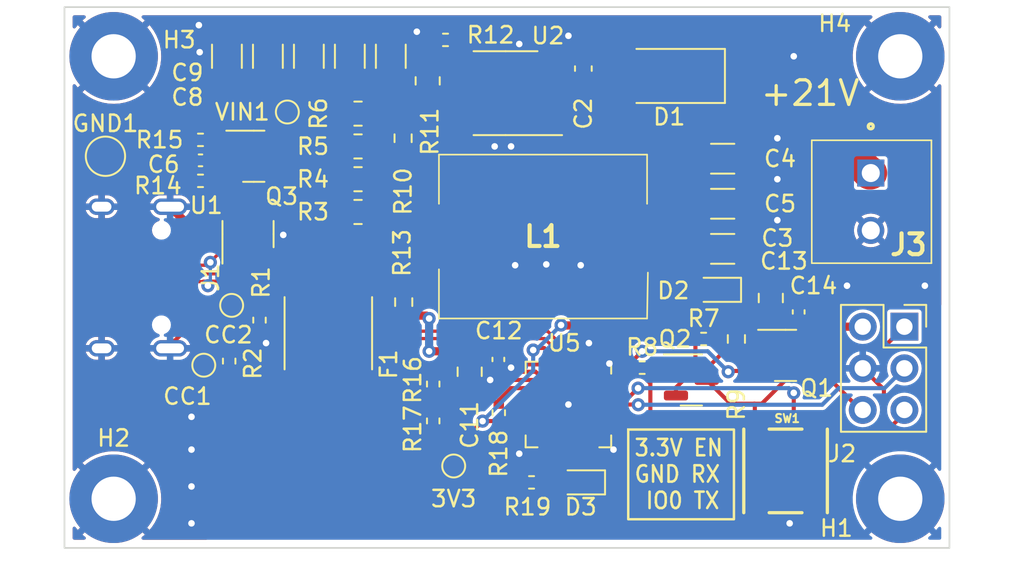
<source format=kicad_pcb>
(kicad_pcb (version 20211014) (generator pcbnew)
  (layers (0 "F.Cu" signal) (31 "B.Cu" signal) (34 "B.Paste" user) (35 "F.Paste" user) (36 "B.SilkS" user "B.Silkscreen") (37 "F.SilkS" user "F.Silkscreen") (38 "B.Mask" user) (39 "F.Mask" user) (44 "Edge.Cuts" user))
  (net 0 "")
  (net 1 "Net-(L1-Pad1)")
  (net 2 "GND")
  (net 3 "Net-(C2-Pad1)")
  (net 4 "Net-(R10-Pad2)")
  (net 5 "+24V")
  (net 6 "Net-(D2-Pad2)")
  (net 9 "/USB2serial/RTS")
  (net 10 "Net-(F1-Pad2)")
  (net 11 "/USB2serial/IO0")
  (net 12 "/USB2serial/DTR")
  (net 13 "Net-(Q1-Pad1)")
  (net 14 "/USB2serial/CHIP_PU")
  (net 15 "Net-(D1-Pad2)")
  (net 16 "VBUS")
  (net 17 "Net-(R11-Pad2)")
  (net 18 "+3V3")
  (net 19 "USB_D-")
  (net 20 "USB_D+")
  (net 23 "/CC1")
  (net 24 "/CC2")
  (net 27 "Net-(D3-Pad2)")
  (net 29 "Net-(R16-Pad2)")
  (net 42 "/USB2serial/RX")
  (net 43 "/USB2serial/TX")
  (net 45 "Net-(Q2-Pad1)")
  (net 46 "Net-(C6-Pad2)")
  (net 47 "VIN")
  (net 48 "Net-(R18-Pad2)")
  (net 49 "Net-(R19-Pad1)")
  (footprint "Resistor_SMD:R_0805_2012Metric" (layer "F.Cu") (at 137.1625 43.5 90)
    (fp_text reference "R11")
    (fp_text value "20k")
  )
  (footprint "Capacitor_SMD:C_1206_3216Metric" (layer "F.Cu") (at 155.1625 48.25)
    (fp_text reference "C4")
    (fp_text value "22u/25V")
  )
  (footprint "Resistor_SMD:R_0805_2012Metric" (layer "F.Cu") (at 132.9125 47.5 180)
    (fp_text reference "R5")
    (fp_text value "1R")
  )
  (footprint "Package_TO_SOT_SMD:SOT-23" (layer "F.Cu") (at 153.25 61.75)
    (fp_text reference "Q2")
    (fp_text value "MMBT3904")
  )
  (footprint "MountingHole:MountingHole_2.7mm_M2.5_Pad" (layer "F.Cu") (at 118 69)
    (fp_text reference "H2")
    (fp_text value "MountingHole_Pad")
  )
  (footprint "Capacitor_SMD:C_1206_3216Metric" (layer "F.Cu") (at 134.9125 42 90)
    (fp_text reference "C1" hide)
    (fp_text value "22u/25V" hide)
  )
  (footprint "TestPoint:TestPoint_Pad_D1.0mm" (layer "F.Cu") (at 125.2 57.2)
    (fp_text reference "CC2")
    (fp_text value "TestPoint" hide)
  )
  (footprint "Package_TO_SOT_SMD:SOT-23-6" (layer "F.Cu") (at 126.2 52.85 90)
    (fp_text reference "U1")
    (fp_text value "SRV05-4")
  )
  (footprint "MountingHole:MountingHole_2.7mm_M2.5_Pad" (layer "F.Cu") (at 166 69)
    (fp_text reference "H1")
    (fp_text value "MountingHole_Pad")
  )
  (footprint "Capacitor_SMD:C_0805_2012Metric" (layer "F.Cu") (at 139.725 61.25 -90)
    (fp_text reference "C11")
    (fp_text value "2.2u")
  )
  (footprint "LED_SMD:LED_0603_1608Metric" (layer "F.Cu") (at 154.8 56.25 180)
    (fp_text reference "D2")
    (fp_text value "LED_GREEN")
  )
  (footprint "Resistor_SMD:R_0402_1005Metric" (layer "F.Cu") (at 150.25 61 180)
    (fp_text reference "R8")
    (fp_text value "10k")
  )
  (footprint "Resistor_SMD:R_0402_1005Metric" (layer "F.Cu") (at 141.5 63.75 90)
    (fp_text reference "R18")
    (fp_text value "4k7")
  )
  (footprint "Capacitor_SMD:C_1206_3216Metric" (layer "F.Cu") (at 124.9125 42 90)
    (fp_text reference "C9")
    (fp_text value "22u/25V")
  )
  (footprint "Capacitor_SMD:C_0603_1608Metric" (layer "F.Cu") (at 146.6625 42.75 90)
    (fp_text reference "C2")
    (fp_text value "330p")
  )
  (footprint "Package_DFN_QFN:QFN-28-1EP_5x5mm_P0.5mm_EP3.35x3.35mm" (layer "F.Cu") (at 145.75 63.25 -90)
    (fp_text reference "U5")
    (fp_text value "CP2102N-Axx-xQFN28")
  )
  (footprint "Resistor_SMD:R_0402_1005Metric" (layer "F.Cu") (at 123.3 49.6 180)
    (fp_text reference "R14")
    (fp_text value "100k")
  )
  (footprint "Package_TO_SOT_SMD:SOT-23" (layer "F.Cu") (at 159 60.25)
    (fp_text reference "Q1")
    (fp_text value "MMBT3904")
  )
  (footprint "Resistor_SMD:R_0402_1005Metric" (layer "F.Cu") (at 137.5 62 -90)
    (fp_text reference "R16")
    (fp_text value "22k")
  )
  (footprint "TestPoint:TestPoint_Pad_D2.0mm" (layer "F.Cu") (at 117.5 48.1)
    (fp_text reference "GND1")
    (fp_text value "TestPoint")
  )
  (footprint "Fuse:Fuse_2920_7451Metric" (layer "F.Cu") (at 131.1 58.9 -90)
    (fp_text reference "F1")
    (fp_text value "2920L150DR")
  )
  (footprint "Resistor_SMD:R_0402_1005Metric" (layer "F.Cu") (at 137.5 64.25 -90)
    (fp_text reference "R17")
    (fp_text value "47k")
  )
  (footprint "TestPoint:TestPoint_Pad_D1.0mm" (layer "F.Cu") (at 123.5 60.85)
    (fp_text reference "CC1")
    (fp_text value "TestPoint" hide)
  )
  (footprint "Resistor_SMD:R_0603_1608Metric" (layer "F.Cu") (at 135.7 57 90)
    (fp_text reference "R13")
    (fp_text value "2.7k")
  )
  (footprint "Capacitor_SMD:C_0402_1005Metric" (layer "F.Cu") (at 159.8 57.6 90)
    (fp_text reference "C14")
    (fp_text value "100n")
  )
  (footprint "Capacitor_SMD:C_1206_3216Metric" (layer "F.Cu") (at 129.9125 42 90)
    (fp_text reference "C10" hide)
    (fp_text value "22u/25V" hide)
  )
  (footprint "Capacitor_SMD:C_0805_2012Metric" (layer "F.Cu") (at 158.1 56.75 90)
    (fp_text reference "C13")
    (fp_text value "2.2u")
  )
  (footprint "Resistor_SMD:R_0402_1005Metric" (layer "F.Cu") (at 125.05 60.6 90)
    (fp_text reference "R2")
    (fp_text value "5.1k")
  )
  (footprint "Resistor_SMD:R_0603_1608Metric" (layer "F.Cu") (at 156 59.25 -90)
    (fp_text reference "R9")
    (fp_text value "10k")
  )
  (footprint "Resistor_SMD:R_0603_1608Metric" (layer "F.Cu") (at 135.6625 47 -90)
    (fp_text reference "R10")
    (fp_text value "180R")
  )
  (footprint "Capacitor_SMD:C_1206_3216Metric" (layer "F.Cu") (at 155.1625 51)
    (fp_text reference "C5")
    (fp_text value "22u/25V")
  )
  (footprint "Resistor_SMD:R_0402_1005Metric" (layer "F.Cu") (at 143.5 68)
    (fp_text reference "R19")
    (fp_text value "220R")
  )
  (footprint "LED_SMD:LED_0603_1608Metric" (layer "F.Cu") (at 146.5 68 180)
    (fp_text reference "D3")
    (fp_text value "LED_GREEN")
  )
  (footprint "Diode_SMD:D_SMA" (layer "F.Cu") (at 151.9 43.2 180)
    (fp_text reference "D1")
    (fp_text value "D_Schottky")
  )
  (footprint "Package_TO_SOT_SMD:SOT-23" (layer "F.Cu") (at 126.55 48.1)
    (fp_text reference "Q3")
    (fp_text value "AO3401A")
  )
  (footprint "Capacitor_SMD:C_1206_3216Metric" (layer "F.Cu") (at 155.1625 53.75)
    (fp_text reference "C3")
    (fp_text value "22u/25V")
  )
  (footprint "Resistor_SMD:R_0805_2012Metric" (layer "F.Cu") (at 132.9125 49.5 180)
    (fp_text reference "R4")
    (fp_text value "1R")
  )
  (footprint "Capacitor_SMD:C_1206_3216Metric" (layer "F.Cu") (at 127.4125 42 90)
    (fp_text reference "C8")
    (fp_text value "22u/25V")
  )
  (footprint "Connector_PinSocket_2.54mm:PinSocket_2x03_P2.54mm_Vertical" (layer "F.Cu") (at 166.25 58.5)
    (fp_text reference "J2")
    (fp_text value "Conn_02x03_Odd_Even")
  )
  (footprint "MountingHole:MountingHole_2.7mm_M2.5_Pad" (layer "F.Cu") (at 166 42)
    (fp_text reference "H4")
    (fp_text value "MountingHole_Pad")
  )
  (footprint "Capacitor_SMD:C_0402_1005Metric" (layer "F.Cu") (at 141.475 60.5 -90)
    (fp_text reference "C12")
    (fp_text value "100n")
  )
  (footprint "Capacitor_SMD:C_0402_1005Metric" (layer "F.Cu") (at 123.3 48.35 180)
    (fp_text reference "C6")
    (fp_text value "100n")
  )
  (footprint "Resistor_SMD:R_0402_1005Metric" (layer "F.Cu") (at 138.25 41 180)
    (fp_text reference "R12")
    (fp_text value "1.2k")
  )
  (footprint "Local:PM3316680MRC" (layer "F.Cu") (at 144.2 53)
    (fp_text reference "L1")
    (fp_text value "47uH/1.6A" hide)
  )
  (footprint "Resistor_SMD:R_0402_1005Metric" (layer "F.Cu") (at 123.3 47.1 180)
    (fp_text reference "R15")
    (fp_text value "4k7")
  )
  (footprint "Resistor_SMD:R_0402_1005Metric" (layer "F.Cu") (at 126.9 58.1 -90)
    (fp_text reference "R1")
    (fp_text value "5.1k")
  )
  (footprint "MountingHole:MountingHole_2.7mm_M2.5_Pad" (layer "F.Cu") (at 118 42)
    (fp_text reference "H3")
    (fp_text value "MountingHole_Pad")
  )
  (footprint "Resistor_SMD:R_0805_2012Metric" (layer "F.Cu") (at 132.9125 51.5 180)
    (fp_text reference "R3")
    (fp_text value "1R")
  )
  (footprint "Local:HRO-TYPE-C-31-M-12" (layer "F.Cu") (at 114.665 55.5 -90)
    (fp_text reference "J1")
    (fp_text value "HRO-TYPE-C-31-M-12")
  )
  (footprint "Local:TS-1187A-B-A-B" (layer "F.Cu") (at 159 67.3 -90)
    (fp_text reference "SW1")
    (fp_text value "SW_Push")
  )
  (footprint "TestPoint:TestPoint_Pad_D1.0mm" (layer "F.Cu") (at 128.6 45.4)
    (fp_text reference "VIN1")
    (fp_text value "TestPoint")
  )
  (footprint "TestPoint:TestPoint_Pad_D1.0mm" (layer "F.Cu") (at 138.75 67)
    (fp_text reference "3V3")
    (fp_text value "TestPoint")
  )
  (footprint "Local:1985807" (layer "F.Cu") (at 164.2 49.125 -90)
    (fp_text reference "J3")
    (fp_text value "Conn_01x02" hide)
  )
  (footprint "Resistor_SMD:R_0402_1005Metric" (layer "F.Cu") (at 154 59.25 180)
    (fp_text reference "R7")
    (fp_text value "10k")
  )
  (footprint "Package_SO:SOIC-8_3.9x4.9mm_P1.27mm" (layer "F.Cu") (at 141.9125 44.25 180)
    (fp_text reference "U2")
    (fp_text value "MC34063AD")
  )
  (footprint "Resistor_SMD:R_0805_2012Metric" (layer "F.Cu") (at 132.9125 45.5 180)
    (fp_text reference "R6")
    (fp_text value "1R")
  )
  (footprint "Capacitor_SMD:C_1206_3216Metric" (layer "F.Cu") (at 132.4125 42 90)
    (fp_text reference "C7" hide)
    (fp_text value "22u/25V" hide)
  )
  (gr_rect (start 149.4 64.775) (end 155.85 70.25) (layer "F.SilkS") (width 0.15) (fill none))
  (gr_rect (start 169 39) (end 115 72) (layer "Edge.Cuts") (width 0.1) (fill none))
  (gr_text "+21V" (at 160.5 44.25) (layer "F.SilkS") (effects (font (size 1.5 1.5) (thickness 0.2))))
  (gr_text "3.3V EN\nGND RX\n IO0 TX" (at 149.7 67.5) (layer "F.SilkS") (effects (font (size 1 0.9) (thickness 0.155)) (justify left)))
  (segment (start 164.3 65.1) (end 165 64.4) (width 0.25) (layer "F.Cu") (net 2))
  (segment (start 128.325 52.875) (end 128.35 52.9) (width 0.5) (layer "F.Cu") (net 2))
  (segment (start 141.475 61.25) (end 140.975 61.75) (width 0.25) (layer "F.Cu") (net 2))
  (segment (start 159.25 70.5) (end 159.45 70.3) (width 0.25) (layer "F.Cu") (net 2))
  (segment (start 121.445 59.82) (end 121.445 59.64) (width 0.25) (layer "F.Cu") (net 2))
  (segment (start 127.3 59.01) (end 126.9 58.61) (width 0.25) (layer "F.Cu") (net 2))
  (segment (start 125.623528 52.85) (end 124.3 52.85) (width 0.5) (layer "F.Cu") (net 2))
  (segment (start 146.25 60.8) (end 146.25 60.25) (width 0.25) (layer "F.Cu") (net 2))
  (segment (start 139.75 62.225) (end 139.725 62.2) (width 0.25) (layer "F.Cu") (net 2))
  (segment (start 123.725 52.275) (end 122.36 52.275) (width 0.5) (layer "F.Cu") (net 2))
  (segment (start 142.25 61) (end 141.495 61) (width 0.25) (layer "F.Cu") (net 2))
  (segment (start 127.3 59.5) (end 127.3 59.01) (width 0.25) (layer "F.Cu") (net 2))
  (segment (start 125.04 60.09) (end 123.675 58.725) (width 0.25) (layer "F.Cu") (net 2))
  (segment (start 165 64.4) (end 165 62.33) (width 0.25) (layer "F.Cu") (net 2))
  (segment (start 125.05 60.09) (end 125.04 60.09) (width 0.25) (layer "F.Cu") (net 2))
  (segment (start 146.25 60.25) (end 147 59.5) (width 0.25) (layer "F.Cu") (net 2))
  (segment (start 143.75 61.25) (end 142.5 61.25) (width 0.25) (layer "F.Cu") (net 2))
  (segment (start 137.5 64.76) (end 137.99 64.76) (width 0.25) (layer "F.Cu") (net 2))
  (segment (start 145.75 63.25) (end 142.75 66.25) (width 0.25) (layer "F.Cu") (net 2))
  (segment (start 122.36 52.095) (end 121.445 51.18) (width 0.5) (layer "F.Cu") (net 2))
  (segment (start 139.725 62.2) (end 140.525 62.2) (width 0.25) (layer "F.Cu") (net 2))
  (segment (start 145.75 63.25) (end 143.75 61.25) (width 0.25) (layer "F.Cu") (net 2))
  (segment (start 124.3 52.85) (end 123.725 52.275) (width 0.5) (layer "F.Cu") (net 2))
  (segment (start 122.36 52.275) (end 122.36 52.095) (width 0.5) (layer "F.Cu") (net 2))
  (segment (start 139.75 63) (end 139.75 62.225) (width 0.25) (layer "F.Cu") (net 2))
  (segment (start 126.751472 52.875) (end 128.325 52.875) (width 0.5) (layer "F.Cu") (net 2))
  (segment (start 147.2875 68) (end 148.5 66.7875) (width 0.25) (layer "F.Cu") (net 2))
  (segment (start 146.25 62.75) (end 145.75 63.25) (width 0.25) (layer "F.Cu") (net 2))
  (segment (start 145.75 63.25) (end 148.5 66) (width 0.25) (layer "F.Cu") (net 2))
  (segment (start 121.445 59.64) (end 122.36 58.725) (width 0.25) (layer "F.Cu") (net 2))
  (segment (start 148.5 66.7875) (end 148.5 66) (width 0.25) (layer "F.Cu") (net 2))
  (segment (start 126.2 53.426472) (end 126.751472 52.875) (width 0.5) (layer "F.Cu") (net 2))
  (segment (start 126.2 53.9875) (end 126.2 53.426472) (width 0.5) (layer "F.Cu") (net 2))
  (segment (start 126.2 53.426472) (end 125.623528 52.85) (width 0.5) (layer "F.Cu") (net 2))
  (segment (start 160.875 64.3) (end 161.5 64.3) (width 0.25) (layer "F.Cu") (net 2))
  (segment (start 146.25 60.8) (end 146.25 62.75) (width 0.25) (layer "F.Cu") (net 2))
  (segment (start 141.495 61) (end 141.475 60.98) (width 0.25) (layer "F.Cu") (net 2))
  (segment (start 159.45 70.3) (end 160.875 70.3) (width 0.25) (layer "F.Cu") (net 2))
  (segment (start 161.5 64.3) (end 162.3 65.1) (width 0.25) (layer "F.Cu") (net 2))
  (segment (start 142.5 61.25) (end 142.25 61) (width 0.25) (layer "F.Cu") (net 2))
  (segment (start 162.3 65.1) (end 164.3 65.1) (width 0.25) (layer "F.Cu") (net 2))
  (segment (start 145.75 63.25) (end 148.25 60.75) (width 0.25) (layer "F.Cu") (net 2))
  (segment (start 123.675 58.725) (end 122.36 58.725) (width 0.25) (layer "F.Cu") (net 2))
  (segment (start 165 62.33) (end 163.71 61.04) (width 0.25) (layer "F.Cu") (net 2))
  (segment (start 140.525 62.2) (end 140.975 61.75) (width 0.25) (layer "F.Cu") (net 2))
  (segment (start 141.475 60.98) (end 141.475 61.25) (width 0.25) (layer "F.Cu") (net 2))
  (segment (start 137.99 64.76) (end 139.75 63) (width 0.25) (layer "F.Cu") (net 2))
  (via (at 148.25 60.75) (size 0.8) (drill 0.4) (layers "F.Cu" "B.Cu") (net 2))
  (via (at 122.75 70.5) (size 0.8) (drill 0.4) (layers "F.Cu" "B.Cu") (net 2))
  (via (at 142.75 41.25) (size 0.8) (drill 0.4) (layers "F.Cu" "B.Cu") (net 2))
  (via (at 142.5 54.75) (size 0.8) (drill 0.4) (layers "F.Cu" "B.Cu") (net 2))
  (via (at 159.25 70.5) (size 0.8) (drill 0.4) (layers "F.Cu" "B.Cu") (net 2))
  (via (at 122.75 64) (size 0.8) (drill 0.4) (layers "F.Cu" "B.Cu") (net 2))
  (via (at 122.75 68.25) (size 0.8) (drill 0.4) (layers "F.Cu" "B.Cu") (net 2))
  (via (at 148.5 66) (size 0.8) (drill 0.4) (layers "F.Cu" "B.Cu") (net 2))
  (via (at 127.3 59.5) (size 0.8) (drill 0.4) (layers "F.Cu" "B.Cu") (net 2))
  (via (at 145.75 40.75) (size 0.8) (drill 0.4) (layers "F.Cu" "B.Cu") (net 2))
  (via (at 144.4 54.7) (size 0.8) (drill 0.4) (layers "F.Cu" "B.Cu") (net 2))
  (via (at 142.75 66.25) (size 0.8) (drill 0.4) (layers "F.Cu" "B.Cu") (net 2))
  (via (at 128.35 52.9) (size 0.8) (drill 0.4) (layers "F.Cu" "B.Cu") (net 2))
  (via (at 140.975 61.75) (size 0.8) (drill 0.4) (layers "F.Cu" "B.Cu") (net 2))
  (via (at 158.5 52) (size 0.8) (drill 0.4) (layers "F.Cu" "B.Cu") (net 2))
  (via (at 146.5 54.75) (size 0.8) (drill 0.4) (layers "F.Cu" "B.Cu") (net 2))
  (via (at 123.2 40.1) (size 0.8) (drill 0.4) (layers "F.Cu" "B.Cu") (net 2))
  (via (at 136.5 40.5) (size 0.8) (drill 0.4) (layers "F.Cu" "B.Cu") (net 2))
  (via (at 145.75 63.25) (size 0.8) (drill 0.4) (layers "F.Cu" "B.Cu") (net 2))
  (via (at 167.5 56) (size 0.8) (drill 0.4) (layers "F.Cu" "B.Cu") (net 2))
  (via (at 123.25 41.75) (size 0.8) (drill 0.4) (layers "F.Cu" "B.Cu") (net 2))
  (via (at 162.75 56) (size 0.8) (drill 0.4) (layers "F.Cu" "B.Cu") (net 2))
  (via (at 141.25 47.5) (size 0.8) (drill 0.4) (layers "F.Cu" "B.Cu") (net 2))
  (via (at 158.5 49.5) (size 0.8) (drill 0.4) (layers "F.Cu" "B.Cu") (net 2))
  (via (at 159.5 42) (size 0.8) (drill 0.4) (layers "F.Cu" "B.Cu") (net 2))
  (via (at 122.75 66) (size 0.8) (drill 0.4) (layers "F.Cu" "B.Cu") (net 2))
  (via (at 142.25 47.5) (size 0.8) (drill 0.4) (layers "F.Cu" "B.Cu") (net 2))
  (via (at 158.5 47) (size 0.8) (drill 0.4) (layers "F.Cu" "B.Cu") (net 2))
  (via (at 147 59.5) (size 0.8) (drill 0.4) (layers "F.Cu" "B.Cu") (net 2))
  (via (at 142.25 61) (size 0.8) (drill 0.4) (layers "F.Cu" "B.Cu") (net 2))
  (segment (start 146.5725 43.615) (end 146.6625 43.525) (width 0.25) (layer "F.Cu") (net 3))
  (segment (start 144.3875 43.615) (end 146.5725 43.615) (width 0.25) (layer "F.Cu") (net 3))
  (segment (start 139.4125 46.75) (end 138.3375 47.825) (width 0.25) (layer "F.Cu") (net 4))
  (segment (start 138.3375 47.825) (end 135.6625 47.825) (width 0.25) (layer "F.Cu") (net 4))
  (segment (start 139.4125 46.18) (end 139.4125 46.75) (width 0.25) (layer "F.Cu") (net 4))
  (segment (start 139.4375 46.155) (end 139.4125 46.18) (width 0.25) (layer "F.Cu") (net 4))
  (segment (start 132.9875 52.188173) (end 136.299327 55.5) (width 0.25) (layer "F.Cu") (net 5))
  (segment (start 151.9375 55.5) (end 153.6875 53.75) (width 0.25) (layer "F.Cu") (net 5))
  (segment (start 132.9875 44.811827) (end 132.9875 52.188173) (width 0.25) (layer "F.Cu") (net 5))
  (segment (start 137.1625 44.4125) (end 133.386827 44.4125) (width 0.25) (layer "F.Cu") (net 5))
  (segment (start 164.2 49.125) (end 164.125 49.125) (width 2) (layer "F.Cu") (net 5))
  (segment (start 158.25 43.25) (end 154.8 43.25) (width 2) (layer "F.Cu") (net 5))
  (segment (start 164.125 49.125) (end 158.25 43.25) (width 2) (layer "F.Cu") (net 5))
  (segment (start 133.386827 44.4125) (end 132.9875 44.811827) (width 0.25) (layer "F.Cu") (net 5))
  (segment (start 136.299327 55.5) (end 151.9375 55.5) (width 0.25) (layer "F.Cu") (net 5))
  (segment (start 135.84 56.25) (end 135.8 56.29) (width 0.25) (layer "F.Cu") (net 6))
  (segment (start 154.0125 56.25) (end 135.84 56.25) (width 0.25) (layer "F.Cu") (net 6))
  (segment (start 148.2 63.75) (end 149.25 63.75) (width 0.25) (layer "F.Cu") (net 9))
  (segment (start 149.74 61) (end 149.74 60.51) (width 0.25) (layer "F.Cu") (net 9))
  (segment (start 155.55 61.2) (end 158.0625 61.2) (width 0.25) (layer "F.Cu") (net 9))
  (segment (start 150.75 63.75) (end 150.75 61.960538) (width 0.25) (layer "F.Cu") (net 9))
  (segment (start 149.75 64.25) (end 150.25 64.25) (width 0.25) (layer "F.Cu") (net 9))
  (segment (start 150.75 61.960538) (end 149.789462 61) (width 0.25) (layer "F.Cu") (net 9))
  (segment (start 150.25 64.25) (end 150.75 63.75) (width 0.25) (layer "F.Cu") (net 9))
  (segment (start 149.25 63.75) (end 149.75 64.25) (width 0.25) (layer "F.Cu") (net 9))
  (segment (start 149.789462 61) (end 149.74 61) (width 0.25) (layer "F.Cu") (net 9))
  (segment (start 149.74 60.51) (end 150.25 60) (width 0.25) (layer "F.Cu") (net 9))
  (segment (start 155.5 61.25) (end 155.55 61.2) (width 0.25) (layer "F.Cu") (net 9))
  (via (at 150.25 60) (size 0.8) (drill 0.4) (layers "F.Cu" "B.Cu") (net 9))
  (via (at 155.5 61.25) (size 0.8) (drill 0.4) (layers "F.Cu" "B.Cu") (net 9))
  (segment (start 155.5 61.25) (end 154.25 60) (width 0.25) (layer "B.Cu") (net 9))
  (segment (start 154.25 60) (end 150.25 60) (width 0.25) (layer "B.Cu") (net 9))
  (segment (start 126.75 62) (end 126.8625 61.8875) (width 0.7) (layer "F.Cu") (net 10))
  (segment (start 124.5 62) (end 126.75 62) (width 0.7) (layer "F.Cu") (net 10))
  (segment (start 118.8 55.75) (end 118.8 60.7) (width 0.7) (layer "F.Cu") (net 10))
  (segment (start 130.7 61.8875) (end 131.1 62.2875) (width 0.7) (layer "F.Cu") (net 10))
  (segment (start 122.36 53.05) (end 121.5 53.05) (width 0.25) (layer "F.Cu") (net 10))
  (segment (start 122.36 57.95) (end 124 57.95) (width 0.5) (layer "F.Cu") (net 10))
  (segment (start 126.8625 60.6125) (end 124.25 58) (width 0.7) (layer "F.Cu") (net 10))
  (segment (start 121 53.55) (end 118.8 55.75) (width 0.7) (layer "F.Cu") (net 10))
  (segment (start 124.4 61.9) (end 124.5 62) (width 0.7) (layer "F.Cu") (net 10))
  (segment (start 121.5 53.05) (end 121 53.55) (width 0.25) (layer "F.Cu") (net 10))
  (segment (start 118.8 60.7) (end 120 61.9) (width 0.7) (layer "F.Cu") (net 10))
  (segment (start 126.8625 61.8875) (end 130.7 61.8875) (width 0.7) (layer "F.Cu") (net 10))
  (segment (start 126.8625 61.8875) (end 126.8625 60.6125) (width 0.7) (layer "F.Cu") (net 10))
  (segment (start 120 61.9) (end 124.4 61.9) (width 0.7) (layer "F.Cu") (net 10))
  (segment (start 157.125 64.3) (end 157.125 63.225) (width 0.25) (layer "F.Cu") (net 11))
  (segment (start 154.1875 61.75) (end 154.1875 61.0625) (width 0.25) (layer "F.Cu") (net 11))
  (segment (start 161.5 61.5) (end 163.58 63.58) (width 0.25) (layer "F.Cu") (net 11))
  (segment (start 155.925 60) (end 156 60.075) (width 0.25) (layer "F.Cu") (net 11))
  (segment (start 154.1875 61.0625) (end 155.25 60) (width 0.25) (layer "F.Cu") (net 11))
  (segment (start 157.55 63.2) (end 159.25 61.5) (width 0.25) (layer "F.Cu") (net 11))
  (segment (start 157.125 63.225) (end 157.1 63.2) (width 0.25) (layer "F.Cu") (net 11))
  (segment (start 155.6375 63.2) (end 154.1875 61.75) (width 0.25) (layer "F.Cu") (net 11))
  (segment (start 155.25 60) (end 155.925 60) (width 0.25) (layer "F.Cu") (net 11))
  (segment (start 157.1 63.2) (end 157.55 63.2) (width 0.25) (layer "F.Cu") (net 11))
  (segment (start 163.58 63.58) (end 163.71 63.58) (width 0.25) (layer "F.Cu") (net 11))
  (segment (start 157.1 63.2) (end 155.6375 63.2) (width 0.25) (layer "F.Cu") (net 11))
  (segment (start 159.25 61.5) (end 161.5 61.5) (width 0.25) (layer "F.Cu") (net 11))
  (segment (start 157.125 70.3) (end 157.125 64.3) (width 0.25) (layer "F.Cu") (net 11))
  (segment (start 153.5 61.028249) (end 152.3125 62.215749) (width 0.25) (layer "F.Cu") (net 12))
  (segment (start 148.2 61.75) (end 148.75 61.75) (width 0.25) (layer "F.Cu") (net 12))
  (segment (start 149.974695 59.25) (end 153.5 59.25) (width 0.25) (layer "F.Cu") (net 12))
  (segment (start 153.5 59.25) (end 153.5 61.028249) (width 0.25) (layer "F.Cu") (net 12))
  (segment (start 148.75 61.75) (end 149.145 61.355) (width 0.25) (layer "F.Cu") (net 12))
  (segment (start 152.3125 62.215749) (end 152.3125 62.7) (width 0.25) (layer "F.Cu") (net 12))
  (segment (start 149.145 61.355) (end 149.145 60.079695) (width 0.25) (layer "F.Cu") (net 12))
  (segment (start 149.145 60.079695) (end 149.974695 59.25) (width 0.25) (layer "F.Cu") (net 12))
  (segment (start 158.0125 59.25) (end 158.0625 59.3) (width 0.25) (layer "F.Cu") (net 13))
  (segment (start 154.51 59.25) (end 158.0125 59.25) (width 0.25) (layer "F.Cu") (net 13))
  (segment (start 164.975722 59.774278) (end 160.413222 59.774278) (width 0.25) (layer "F.Cu") (net 14))
  (segment (start 160.413222 59.774278) (end 159.9375 60.25) (width 0.25) (layer "F.Cu") (net 14))
  (segment (start 166.25 58.5) (end 164.975722 59.774278) (width 0.25) (layer "F.Cu") (net 14))
  (segment (start 126.2 51.7125) (end 126.2 49.6375) (width 0.25) (layer "F.Cu") (net 16))
  (segment (start 125.998528 49.05) (end 125.6125 49.05) (width 0.5) (layer "F.Cu") (net 16))
  (segment (start 123.81 49.6) (end 123.85 49.6) (width 0.25) (layer "F.Cu") (net 16))
  (segment (start 131.1 55.5125) (end 131.1 54.151472) (width 0.5) (layer "F.Cu") (net 16))
  (segment (start 131.1 54.151472) (end 125.998528 49.05) (width 0.5) (layer "F.Cu") (net 16))
  (segment (start 123.85 49.6) (end 124.4 49.05) (width 0.25) (layer "F.Cu") (net 16))
  (segment (start 124.4 49.05) (end 125.6125 49.05) (width 0.25) (layer "F.Cu") (net 16))
  (segment (start 126.2 49.6375) (end 125.6125 49.05) (width 0.25) (layer "F.Cu") (net 16))
  (segment (start 139.4375 41.6775) (end 138.76 41) (width 0.25) (layer "F.Cu") (net 17))
  (segment (start 139.4375 42.345) (end 139.4375 41.6775) (width 0.25) (layer "F.Cu") (net 17))
  (segment (start 138.155 42.345) (end 137.9125 42.5875) (width 0.25) (layer "F.Cu") (net 17))
  (segment (start 137.9125 42.5875) (end 137.1625 42.5875) (width 0.25) (layer "F.Cu") (net 17))
  (segment (start 139.4375 42.345) (end 138.155 42.345) (width 0.25) (layer "F.Cu") (net 17))
  (segment (start 145.325 58.425) (end 156 58.425) (width 0.5) (layer "F.Cu") (net 18))
  (segment (start 158.1 58.35) (end 158.25 58.5) (width 0.25) (layer "F.Cu") (net 18))
  (segment (start 140.5123 64.2623) (end 138.75 66.0246) (width 0.25) (layer "F.Cu") (net 18))
  (segment (start 144.75 60.8) (end 144.75 60.282865) (width 0.25) (layer "F.Cu") (net 18))
  (segment (start 138.75 66.0246) (end 138.75 67) (width 0.25) (layer "F.Cu") (net 18))
  (segment (start 143.6 59.8) (end 143.6 59.9245) (width 0.25) (layer "F.Cu") (net 18))
  (segment (start 156.075 58.5) (end 156 58.425) (width 0.25) (layer "F.Cu") (net 18))
  (segment (start 163.71 58.5) (end 158.25 58.5) (width 0.5) (layer "F.Cu") (net 18))
  (segment (start 140.51 64.26) (end 140.5123 64.2623) (width 0.25) (layer "F.Cu") (net 18))
  (segment (start 144.267135 59.8) (end 143.6 59.8) (width 0.25) (layer "F.Cu") (net 18))
  (segment (start 141.5 64.26) (end 140.51 64.26) (width 0.25) (layer "F.Cu") (net 18))
  (segment (start 144.75 60.282865) (end 144.267135 59.8) (width 0.25) (layer "F.Cu") (net 18))
  (segment (start 158.1 57.7) (end 158.1 58.35) (width 0.25) (layer "F.Cu") (net 18))
  (segment (start 158.25 58.5) (end 156.075 58.5) (width 0.5) (layer "F.Cu") (net 18))
  (via (at 140.5123 64.2623) (size 0.8) (drill 0.4) (layers "F.Cu" "B.Cu") (net 18))
  (via (at 145.3 58.4) (size 0.8) (drill 0.4) (layers "F.Cu" "B.Cu") (net 18))
  (via (at 143.6 59.9245) (size 0.8) (drill 0.4) (layers "F.Cu" "B.Cu") (net 18))
  (segment (start 143.6 61.1746) (end 143.6 59.9245) (width 0.25) (layer "B.Cu") (net 18))
  (segment (start 140.5123 64.2623) (end 143.6 61.1746) (width 0.25) (layer "B.Cu") (net 18))
  (segment (start 143.7755 59.9245) (end 145.3 58.4) (width 0.25) (layer "B.Cu") (net 18))
  (segment (start 143.6 59.9245) (end 143.7755 59.9245) (width 0.25) (layer "B.Cu") (net 18))
  (segment (start 123.7245 54.5755) (end 123.55 54.75) (width 0.2) (layer "F.Cu") (net 19))
  (segment (start 123.9 54.5755) (end 123.9 54.55) (width 0.2) (layer "F.Cu") (net 19))
  (segment (start 145.274999 60.775001) (end 145.25 60.8) (width 0.2) (layer "F.Cu") (net 19))
  (segment (start 123.9 54.5755) (end 123.7245 54.5755) (width 0.2) (layer "F.Cu") (net 19))
  (segment (start 123.55 54.75) (end 122.36 54.75) (width 0.2) (layer "F.Cu") (net 19))
  (segment (start 129.6568 59.225) (end 144.293175 59.225) (width 0.2) (layer "F.Cu") (net 19))
  (segment (start 144.293175 59.225) (end 145.274999 60.206824) (width 0.2) (layer "F.Cu") (net 19))
  (segment (start 122.36 55.75) (end 123.447501 55.75) (width 0.2) (layer "F.Cu") (net 19))
  (segment (start 126.1568 55.725) (end 129.6568 59.225) (width 0.2) (layer "F.Cu") (net 19))
  (segment (start 123.775 55.975) (end 123.775 55.725) (width 0.2) (layer "F.Cu") (net 19))
  (segment (start 123.447501 55.75) (end 123.472501 55.725) (width 0.2) (layer "F.Cu") (net 19))
  (segment (start 123.775 55.725) (end 126.1568 55.725) (width 0.2) (layer "F.Cu") (net 19))
  (segment (start 123.75 56) (end 123.775 55.975) (width 0.2) (layer "F.Cu") (net 19))
  (segment (start 145.274999 60.206824) (end 145.274999 60.775001) (width 0.2) (layer "F.Cu") (net 19))
  (segment (start 123.9 54.55) (end 124.4625 53.9875) (width 0.2) (layer "F.Cu") (net 19))
  (segment (start 124.4625 53.9875) (end 125.25 53.9875) (width 0.2) (layer "F.Cu") (net 19))
  (segment (start 123.472501 55.725) (end 123.775 55.725) (width 0.2) (layer "F.Cu") (net 19))
  (via (at 123.75 56) (size 0.8) (drill 0.4) (layers "F.Cu" "B.Cu") (net 19))
  (via (at 123.9 54.5755) (size 0.8) (drill 0.4) (layers "F.Cu" "B.Cu") (net 19))
  (segment (start 123.9 55.85) (end 123.9 54.5755) (width 0.2) (layer "B.Cu") (net 19))
  (segment (start 123.75 56) (end 123.9 55.85) (width 0.2) (layer "B.Cu") (net 19))
  (segment (start 145.725001 60.775001) (end 145.75 60.8) (width 0.2) (layer "F.Cu") (net 20))
  (segment (start 123.472501 55.275) (end 126.075 55.275) (width 0.2) (layer "F.Cu") (net 20))
  (segment (start 122.36 55.25) (end 121.35 55.25) (width 0.2) (layer "F.Cu") (net 20))
  (segment (start 126.325 55.275) (end 127.15 54.45) (width 0.2) (layer "F.Cu") (net 20))
  (segment (start 121.35 55.25) (end 121.1 55.5) (width 0.2) (layer "F.Cu") (net 20))
  (segment (start 121.1 55.9) (end 121.45 56.25) (width 0.2) (layer "F.Cu") (net 20))
  (segment (start 145.725001 60.020426) (end 145.725001 60.775001) (width 0.2) (layer "F.Cu") (net 20))
  (segment (start 127.15 54.45) (end 127.15 53.9875) (width 0.2) (layer "F.Cu") (net 20))
  (segment (start 123.447501 55.25) (end 123.472501 55.275) (width 0.2) (layer "F.Cu") (net 20))
  (segment (start 129.8432 58.775) (end 144.479575 58.775) (width 0.2) (layer "F.Cu") (net 20))
  (segment (start 144.479575 58.775) (end 145.725001 60.020426) (width 0.2) (layer "F.Cu") (net 20))
  (segment (start 126.075 55.275) (end 126.325 55.275) (width 0.2) (layer "F.Cu") (net 20))
  (segment (start 126.3432 55.275) (end 129.8432 58.775) (width 0.2) (layer "F.Cu") (net 20))
  (segment (start 121.45 56.25) (end 122.36 56.25) (width 0.2) (layer "F.Cu") (net 20))
  (segment (start 126.075 55.275) (end 126.3432 55.275) (width 0.2) (layer "F.Cu") (net 20))
  (segment (start 122.36 55.25) (end 123.447501 55.25) (width 0.2) (layer "F.Cu") (net 20))
  (segment (start 121.1 55.5) (end 121.1 55.9) (width 0.2) (layer "F.Cu") (net 20))
  (segment (start 124.56 61.11) (end 124.3 60.85) (width 0.25) (layer "F.Cu") (net 23))
  (segment (start 125.05 61.11) (end 124.56 61.11) (width 0.25) (layer "F.Cu") (net 23))
  (segment (start 119.75 59.841726) (end 119.75 56) (width 0.25) (layer "F.Cu") (net 23))
  (segment (start 119.75 56) (end 121.5 54.25) (width 0.25) (layer "F.Cu") (net 23))
  (segment (start 124.3 60.85) (end 123.5 60.85) (width 0.25) (layer "F.Cu") (net 23))
  (segment (start 120.758274 60.85) (end 119.75 59.841726) (width 0.25) (layer "F.Cu") (net 23))
  (segment (start 121.5 54.25) (end 122.36 54.25) (width 0.25) (layer "F.Cu") (net 23))
  (segment (start 123.5 60.85) (end 120.758274 60.85) (width 0.25) (layer "F.Cu") (net 23))
  (segment (start 126.9 57.59) (end 125.59 57.59) (width 0.25) (layer "F.Cu") (net 24))
  (segment (start 122.36 57.25) (end 125.15 57.25) (width 0.25) (layer "F.Cu") (net 24))
  (segment (start 125.59 57.59) (end 125.2 57.2) (width 0.25) (layer "F.Cu") (net 24))
  (segment (start 125.15 57.25) (end 125.2 57.2) (width 0.25) (layer "F.Cu") (net 24))
  (segment (start 144.01 68) (end 145.7125 68) (width 0.25) (layer "F.Cu") (net 27))
  (segment (start 136.75 64) (end 136.75 65.25) (width 0.25) (layer "F.Cu") (net 29))
  (segment (start 142 61.75) (end 143.3 61.75) (width 0.25) (layer "F.Cu") (net 29))
  (segment (start 138.25 65.5) (end 142 61.75) (width 0.25) (layer "F.Cu") (net 29))
  (segment (start 137.5 63.74) (end 137.5 62.51) (width 0.25) (layer "F.Cu") (net 29))
  (segment (start 136.75 65.25) (end 137 65.5) (width 0.25) (layer "F.Cu") (net 29))
  (segment (start 137.5 63.74) (end 137.01 63.74) (width 0.25) (layer "F.Cu") (net 29))
  (segment (start 137 65.5) (end 138.25 65.5) (width 0.25) (layer "F.Cu") (net 29))
  (segment (start 137.01 63.74) (end 136.75 64) (width 0.25) (layer "F.Cu") (net 29))
  (segment (start 148.2 63.25) (end 150 63.25) (width 0.25) (layer "F.Cu") (net 42))
  (segment (start 150 63.25) (end 150.012299 63.262299) (width 0.25) (layer "F.Cu") (net 42))
  (via (at 150.012299 63.262299) (size 0.8) (drill 0.4) (layers "F.Cu" "B.Cu") (net 42))
  (segment (start 161.237701 63.262299) (end 162.25 62.25) (width 0.25) (layer "B.Cu") (net 42))
  (segment (start 165.04 62.25) (end 166.25 61.04) (width 0.25) (layer "B.Cu") (net 42))
  (segment (start 162.25 62.25) (end 165.04 62.25) (width 0.25) (layer "B.Cu") (net 42))
  (segment (start 150.012299 63.262299) (end 161.237701 63.262299) (width 0.25) (layer "B.Cu") (net 42))
  (segment (start 160.5 65.75) (end 164.286396 65.75) (width 0.25) (layer "F.Cu") (net 43))
  (segment (start 164.286396 65.75) (end 166.25 63.786396) (width 0.25) (layer "F.Cu") (net 43))
  (segment (start 150 62.25) (end 149.5 62.75) (width 0.25) (layer "F.Cu") (net 43))
  (segment (start 149.5 62.75) (end 148.2 62.75) (width 0.25) (layer "F.Cu") (net 43))
  (segment (start 159.5 62.537799) (end 159.5 64.75) (width 0.25) (layer "F.Cu") (net 43))
  (segment (start 166.25 63.786396) (end 166.25 63.58) (width 0.25) (layer "F.Cu") (net 43))
  (segment (start 159.5 64.75) (end 160.5 65.75) (width 0.25) (layer "F.Cu") (net 43))
  (via (at 150 62.25) (size 0.8) (drill 0.4) (layers "F.Cu" "B.Cu") (net 43))
  (via (at 159.5 62.537799) (size 0.8) (drill 0.4) (layers "F.Cu" "B.Cu") (net 43))
  (segment (start 159.5 62.537799) (end 159.212201 62.25) (width 0.25) (layer "B.Cu") (net 43))
  (segment (start 159.212201 62.25) (end 150 62.25) (width 0.25) (layer "B.Cu") (net 43))
  (segment (start 152.3125 60.8) (end 151.45 60.8) (width 0.25) (layer "F.Cu") (net 45))
  (segment (start 151.45 60.8) (end 151.25 61) (width 0.25) (layer "F.Cu") (net 45))
  (segment (start 151.25 61) (end 150.76 61) (width 0.25) (layer "F.Cu") (net 45))
  (segment (start 122.82 48.35) (end 122.82 49.57) (width 0.25) (layer "F.Cu") (net 46))
  (segment (start 123.710538 47.15) (end 122.82 48.040538) (width 0.25) (layer "F.Cu") (net 46))
  (segment (start 122.82 49.57) (end 122.79 49.6) (width 0.25) (layer "F.Cu") (net 46))
  (segment (start 122.82 48.040538) (end 122.82 48.35) (width 0.25) (layer "F.Cu") (net 46))
  (segment (start 125.6125 47.15) (end 123.710538 47.15) (width 0.25) (layer "F.Cu") (net 46))
  (segment (start 137.25 60) (end 138 60) (width 0.5) (layer "F.Cu") (net 47))
  (segment (start 141.475 60.02) (end 140.98 60.02) (width 0.25) (layer "F.Cu") (net 47))
  (segment (start 135.7 57.8) (end 135.7 57.825) (width 0.5) (layer "F.Cu") (net 47))
  (segment (start 138 60) (end 138.3 60.3) (width 0.5) (layer "F.Cu") (net 47))
  (segment (start 141.495 60) (end 141.475 60.02) (width 0.25) (layer "F.Cu") (net 47))
  (segment (start 143.3 60.8) (end 142.5 60) (width 0.25) (layer "F.Cu") (net 47))
  (segment (start 142.5 60) (end 141.495 60) (width 0.25) (layer "F.Cu") (net 47))
  (segment (start 134.7 56.8) (end 135.7 57.8) (width 0.5) (layer "F.Cu") (net 47))
  (segment (start 133.686155 53.7) (end 134.7 54.713845) (width 0.5) (layer "F.Cu") (net 47))
  (segment (start 139.4375 43.615) (end 139.3975 43.575) (width 0.25) (layer "F.Cu") (net 47))
  (segment (start 137.975 43.575) (end 137.875 43.475) (width 0.25) (layer "F.Cu") (net 47))
  (segment (start 137.875 43.475) (end 134.9125 43.475) (width 0.25) (layer "F.Cu") (net 47))
  (segment (start 135.7 57.825) (end 137.075 57.825) (width 0.5) (layer "F.Cu") (net 47))
  (segment (start 137.075 57.825) (end 137.25 58) (width 0.5) (layer "F.Cu") (net 47))
  (segment (start 137.5 61.49) (end 137.5 61.1) (width 0.25) (layer "F.Cu") (net 47))
  (segment (start 139.3975 43.575) (end 137.975 43.575) (width 0.25) (layer "F.Cu") (net 47))
  (segment (start 132.5 53.7) (end 133.686155 53.7) (width 0.5) (layer "F.Cu") (net 47))
  (segment (start 134.7 54.713845) (end 134.7 56.8) (width 0.5) (layer "F.Cu") (net 47))
  (segment (start 140.98 60.02) (end 140.7 60.3) (width 0.25) (layer "F.Cu") (net 47))
  (segment (start 132 51.5) (end 132 53.2) (width 0.5) (layer "F.Cu") (net 47))
  (segment (start 132 53.2) (end 132.5 53.7) (width 0.5) (layer "F.Cu") (net 47))
  (segment (start 137.5 61.1) (end 138.3 60.3) (width 0.25) (layer "F.Cu") (net 47))
  (segment (start 140.7 60.3) (end 139.725 60.3) (width 0.25) (layer "F.Cu") (net 47))
  (segment (start 144.25 60.8) (end 143.3 60.8) (width 0.25) (layer "F.Cu") (net 47))
  (segment (start 138.3 60.3) (end 139.725 60.3) (width 0.5) (layer "F.Cu") (net 47))
  (via (at 137.25 58) (size 0.8) (drill 0.4) (layers "F.Cu" "B.Cu") (net 47))
  (via (at 137.25 60) (size 0.8) (drill 0.4) (layers "F.Cu" "B.Cu") (net 47))
  (segment (start 137.25 58) (end 137.25 60) (width 0.5) (layer "B.Cu") (net 47))
  (segment (start 141.5 63.24) (end 141.5 63) (width 0.25) (layer "F.Cu") (net 48))
  (segment (start 141.5 63) (end 142.25 62.25) (width 0.25) (layer "F.Cu") (net 48))
  (segment (start 142.25 62.25) (end 143.3 62.25) (width 0.25) (layer "F.Cu") (net 48))
  (segment (start 141.75 66.76) (end 142.99 68) (width 0.25) (layer "F.Cu") (net 49))
  (segment (start 142.25 63.75) (end 142.25 65.5) (width 0.25) (layer "F.Cu") (net 49))
  (segment (start 141.75 66) (end 141.75 66.76) (width 0.25) (layer "F.Cu") (net 49))
  (segment (start 142.75 63.25) (end 142.25 63.75) (width 0.25) (layer "F.Cu") (net 49))
  (segment (start 143.3 63.25) (end 142.75 63.25) (width 0.25) (layer "F.Cu") (net 49))
  (segment (start 142.25 65.5) (end 141.75 66) (width 0.25) (layer "F.Cu") (net 49))
  (zone (net 2) (net_name "GND") (layer "F.Cu") (connect_pads (clearance 0.25)) (min_thickness 0.2) (fill yes (thermal_gap 0.2) (thermal_bridge_width 0.4))
    (polygon (pts (xy 168.5 57.25) (xy 155.5 57.25) (xy 155.5 46.5) (xy 159 46.5) (xy 159 42) (xy 157.75 40.75) (xy 147.25 40.75) (xy 147.25 42.75) (xy 145.5 42.75) (xy 145.5 45) (xy 143 45) (xy 143 47.4) (xy 147.2 55.25) (xy 141.75 55.25) (xy 141.75 51) (xy 140.75 50) (xy 140.75 42) (xy 123.75 42) (xy 123.75 71.5) (xy 115.5 71.5) (xy 115.5 39.5) (xy 168.5 39.5)))
  )
  (zone (net 5) (net_name "+24V") (layer "F.Cu") (connect_pads (clearance 0.2)) (min_thickness 0.2) (fill yes (thermal_gap 0.2) (thermal_bridge_width 0.4))
    (polygon (pts (xy 158.5 42) (xy 158.5 46.25) (xy 155.25 46.25) (xy 155.25 55.25) (xy 152 55.25) (xy 152 41) (xy 157.5 41)))
  )
  (zone (net 47) (net_name "VIN") (layer "F.Cu") (connect_pads (clearance 0.25)) (min_thickness 0.2) (fill yes (thermal_gap 0.2) (thermal_bridge_width 0.4))
    (polygon (pts (xy 136 44) (xy 133 44) (xy 133 53) (xy 124 53) (xy 124 42.25) (xy 136 42.25)))
  )
  (zone (net 1) (net_name "Net-(L1-Pad1)") (layer "F.Cu") (connect_pads (clearance 0.2)) (min_thickness 0.2) (fill yes (thermal_gap 0.2) (thermal_bridge_width 0.4))
    (polygon (pts (xy 140.5 50.25) (xy 141.5 51.25) (xy 141.5 55.25) (xy 136.25 55.25) (xy 133.25 52.25) (xy 133.25 44.5) (xy 138 44.5) (xy 138 44.2) (xy 140.5 44.2)))
  )
  (zone (net 15) (net_name "Net-(D1-Pad2)") (layer "F.Cu") (connect_pads (clearance 0.2)) (min_thickness 0.2) (fill yes (thermal_gap 0.2) (thermal_bridge_width 0.4))
    (polygon (pts (xy 151.75 55.25) (xy 147.5 55.25) (xy 143.25 47.25) (xy 143.25 45.4) (xy 145.9 45.4) (xy 145.9 44.25) (xy 147.5 44.25) (xy 147.5 41) (xy 151.75 41)))
  )
  (zone (net 2) (net_name "GND") (layer "B.Cu") (connect_pads (clearance 0.2)) (min_thickness 0.2) (fill yes (thermal_gap 0.2) (thermal_bridge_width 0.4))
    (polygon (pts (xy 168.5 71.5) (xy 115.5 71.5) (xy 115.5 39.5) (xy 168.5 39.5)))
  )
)
</source>
